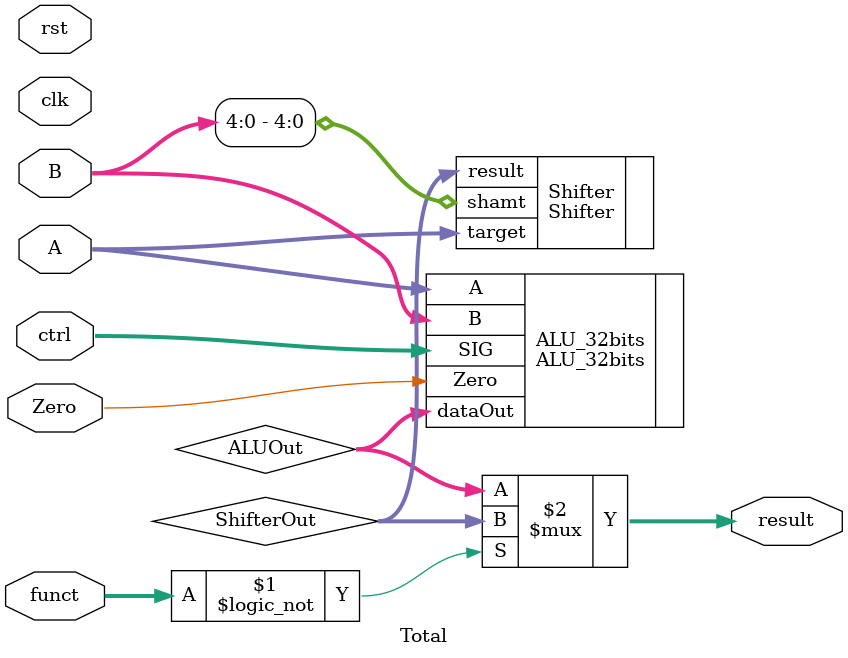
<source format=v>
`timescale 1ns/ 1ns
module Total( A, B, ctrl, result, clk, rst, funct, Zero );
input [31:0] A, B;
input [2:0] ctrl;
input clk, rst, Zero;
input [5:0] funct ;
output [31:0] result;

wire [31:0] ALUOut, ShifterOut, HiOut, LoOut; 
//wire [63:0] MultiplierOut;

//wire [1:0] SIGfor_MUX;
//wire [2:0] SIGfor_ALU;
//wire [5:0] SIGfor_Shifter, SIGfor_Multiplier;

//ALUControl ALUControl( .SIGfor_ALU(SIGfor_ALU), .SIGfor_Shifter(SIGfor_Shifter), .SIGfor_Multiplier(SIGfor_Multiplier), .SIGfor_MUX(SIGfor_MUX), .clk(clk), .ctrl(ctrl) );
ALU_32bits ALU_32bits( .A(A), .B(B), .SIG(ctrl), .dataOut(ALUOut), .Zero(Zero) );
Shifter Shifter( .target(A), .shamt(B[4:0]), .result(ShifterOut) );
//Multiplier Multiplier( ._Multiplicand(A), ._Multiplier(B), .product(MultiplierOut), .clk(clk), .rst(rst) );
//HiLo HiLo( .product(MultiplierOut), .HiOut(HiOut), .LoOut(LoOut), .clk(clk), .rst(rst) );
//MUX_final MUX_final( ALUOut, ShifterOut, HiOut, LoOut, SIGfor_MUX, result );
assign result = ( funct == 6'd0 ) ? ShifterOut :  ALUOut ;
//assign Zero = ( funct != 6'd0 && result == 32'd0 ) ? 1 : 0 ;
endmodule
</source>
